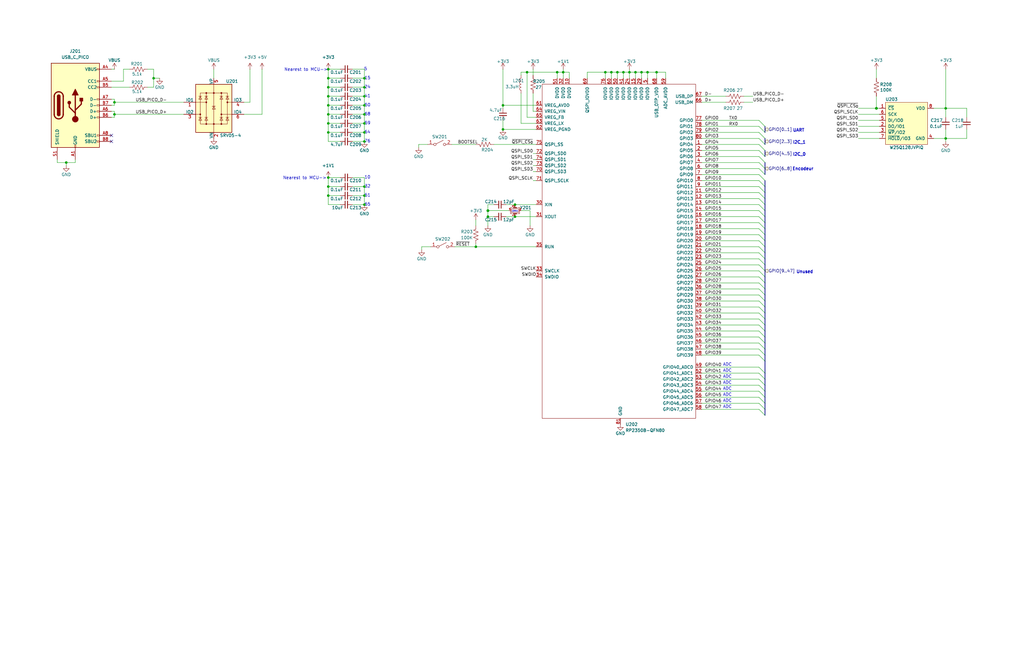
<source format=kicad_sch>
(kicad_sch (version 20250114) (generator "eeschema") (generator_version "9.0")
  (paper "B")
  (lib_symbols
    (symbol "Connector:USB_C_Receptacle_USB2.0" (pin_names (offset 1.016))
      (property "Reference" "J" (at -10.16 19.05 0))
      (property "Value" "USB_C_Receptacle_USB2.0" (at 19.05 19.05 0))
      (symbol "USB_C_Receptacle_USB2.0_1_1"
        (pin passive line (at -7.62 -22.86 90) (length 5.08) (name "SHIELD") (number "S1"))
        (pin passive line (at 0 -22.86 90) (length 5.08) (name "GND") (number "A1"))
        (pin passive line (at 0 -22.86 90) (length 5.08) (hide yes) (name "GND") (number "A12"))
        (pin passive line (at 0 -22.86 90) (length 5.08) (hide yes) (name "GND") (number "B1"))
        (pin passive line (at 0 -22.86 90) (length 5.08) (hide yes) (name "GND") (number "B12"))
        (pin passive line (at 15.24 15.24 180) (length 5.08) (name "VBUS") (number "A4"))
        (pin passive line (at 15.24 15.24 180) (length 5.08) (hide yes) (name "VBUS") (number "A9"))
        (pin passive line (at 15.24 15.24 180) (length 5.08) (hide yes) (name "VBUS") (number "B4"))
        (pin passive line (at 15.24 15.24 180) (length 5.08) (hide yes) (name "VBUS") (number "B9"))
        (pin bidirectional line (at 15.24 10.16 180) (length 5.08) (name "CC1") (number "A5"))
        (pin bidirectional line (at 15.24 7.62 180) (length 5.08) (name "CC2") (number "B5"))
        (pin bidirectional line (at 15.24 2.54 180) (length 5.08) (name "D-") (number "A7"))
        (pin bidirectional line (at 15.24 0 180) (length 5.08) (name "D-") (number "B7"))
        (pin bidirectional line (at 15.24 -2.54 180) (length 5.08) (name "D+") (number "A6"))
        (pin bidirectional line (at 15.24 -5.08 180) (length 5.08) (name "D+") (number "B6"))
        (pin bidirectional line (at 15.24 -12.7 180) (length 5.08) (name "SBU1") (number "A8"))
        (pin bidirectional line (at 15.24 -15.24 180) (length 5.08) (name "SBU2") (number "B8"))
      )
    )
    (symbol "Device:C_Small" (pin_numbers (hide yes)) (pin_names (offset 0.254) (hide yes))
      (property "Reference" "C" (at 0.254 1.778 0))
      (property "Value" "C_Small" (at 0.254 -2.032 0))
      (symbol "C_Small_1_1"
        (pin passive line (at 0 2.54 270) (length 2.032) (name "~") (number "1"))
        (pin passive line (at 0 -2.54 90) (length 2.032) (name "~") (number "2"))
      )
    )
    (symbol "Device:Crystal_GND24_Small" (pin_names (offset 1.016) (hide yes))
      (property "Reference" "Y" (at 1.27 4.445 0))
      (property "Value" "Crystal_GND24_Small" (at 1.27 2.54 0))
      (symbol "Crystal_GND24_Small_1_1"
        (pin passive line (at -2.54 0 0) (length 1.27) (name "1") (number "1"))
        (pin passive line (at 0 2.54 270) (length 0.635) (name "4") (number "4"))
        (pin passive line (at 0 -2.54 90) (length 0.635) (name "2") (number "2"))
        (pin passive line (at 2.54 0 180) (length 1.27) (name "3") (number "3"))
      )
    )
    (symbol "Device:L" (pin_numbers (hide yes)) (pin_names (offset 1.016) (hide yes))
      (property "Reference" "L" (at -1.27 0 90))
      (property "Value" "L" (at 1.905 0 90))
      (symbol "L_1_1"
        (pin passive line (at 0 3.81 270) (length 1.27) (name "1") (number "1"))
        (pin passive line (at 0 -3.81 90) (length 1.27) (name "2") (number "2"))
      )
    )
    (symbol "Device:R_US" (pin_numbers (hide yes)) (pin_names (offset 0))
      (property "Reference" "R" (at 2.54 0 90))
      (property "Value" "R_US" (at -2.54 0 90))
      (symbol "R_US_1_1"
        (pin passive line (at 0 3.81 270) (length 1.27) (name "~") (number "1"))
        (pin passive line (at 0 -3.81 90) (length 1.27) (name "~") (number "2"))
      )
    )
    (symbol "Memory_Flash_Extra:W25Q64JV" (pin_names (offset 1.016))
      (property "Reference" "U" (at 8.89 10.16 0))
      (property "Value" "W25Q64JV" (at 0 -10.16 0))
      (symbol "W25Q64JV_1_1"
        (pin power_in line (at -11.43 6.35 0) (length 2.54) (name "VDD") (number "8"))
        (pin power_in line (at -11.43 -6.35 0) (length 2.54) (name "GND") (number "4"))
        (pin passive line (at -11.43 -6.35 0) (length 2.54) (hide yes) (name "GND") (number "9"))
        (pin input line (at 11.43 6.35 180) (length 2.54) (name "~{CS}") (number "1"))
        (pin input line (at 11.43 3.81 180) (length 2.54) (name "SCK") (number "6"))
        (pin bidirectional line (at 11.43 1.27 180) (length 2.54) (name "DI/IO0") (number "5"))
        (pin bidirectional line (at 11.43 -1.27 180) (length 2.54) (name "DO/IO1") (number "2"))
        (pin bidirectional line (at 11.43 -3.81 180) (length 2.54) (name "~{WP}/IO2") (number "3"))
        (pin bidirectional line (at 11.43 -6.35 180) (length 2.54) (name "~{HOLD}/IO3") (number "7"))
      )
    )
    (symbol "Power_Protection:SRV05-4" (pin_names (offset 0))
      (property "Reference" "U" (at -5.08 11.43 0))
      (property "Value" "SRV05-4" (at 2.54 11.43 0))
      (symbol "SRV05-4_1_1"
        (pin passive line (at -12.7 2.54 0) (length 5.08) (name "IO1") (number "1"))
        (pin passive line (at -12.7 -2.54 0) (length 5.08) (name "IO2") (number "3"))
        (pin passive line (at 0 12.7 270) (length 2.54) (name "VP") (number "5"))
        (pin passive line (at 0 -12.7 90) (length 2.54) (name "VN") (number "2"))
        (pin passive line (at 12.7 2.54 180) (length 5.08) (name "IO3") (number "4"))
        (pin passive line (at 12.7 -2.54 180) (length 5.08) (name "IO4") (number "6"))
      )
    )
    (symbol "Switch:SW_SPST" (pin_names (offset 0) (hide yes))
      (property "Reference" "SW" (at 0 3.175 0))
      (property "Value" "SW_SPST" (at 0 -2.54 0))
      (symbol "SW_SPST_1_1"
        (pin passive line (at -5.08 0 0) (length 2.54) (name "A") (number "1"))
        (pin passive line (at 5.08 0 180) (length 2.54) (name "B") (number "2"))
      )
    )
    (symbol "power:+1V1" (power) (pin_numbers (hide yes)) (pin_names (offset 0) (hide yes))
      (property "Value" "+1V1" (at 0 3.556 0))
      (symbol "+1V1_1_1"
        (pin power_in line (at 0 0 90) (length 0) (name "~") (number "1"))
      )
    )
    (symbol "power:+3.3V" (power) (pin_names (offset 0))
      (property "Value" "+3.3V" (at 0 3.556 0))
      (symbol "+3.3V_1_1"
        (pin power_in line (at 0 0 90) (length 0) (hide yes) (name "+3V3") (number "1"))
      )
    )
    (symbol "power:+3V3" (power) (pin_numbers (hide yes)) (pin_names (offset 0) (hide yes))
      (property "Value" "+3V3" (at 0 3.556 0))
      (symbol "+3V3_1_1"
        (pin power_in line (at 0 0 90) (length 0) (name "~") (number "1"))
      )
    )
    (symbol "power:+5V" (power) (pin_numbers (hide yes)) (pin_names (offset 0) (hide yes))
      (property "Value" "+5V" (at 0 3.556 0))
      (symbol "+5V_1_1"
        (pin power_in line (at 0 0 90) (length 0) (name "~") (number "1"))
      )
    )
    (symbol "power:GND" (power) (pin_names (offset 0))
      (property "Value" "GND" (at 0 -3.81 0))
      (symbol "GND_1_1"
        (pin power_in line (at 0 0 270) (length 0) (hide yes) (name "GND") (number "1"))
      )
    )
    (symbol "power:VBUS" (power) (pin_numbers (hide yes)) (pin_names (offset 0) (hide yes))
      (property "Value" "VBUS" (at 0 3.556 0))
      (symbol "VBUS_1_1"
        (pin power_in line (at 0 0 90) (length 0) (name "~") (number "1"))
      )
    )
    (symbol "rp2350b-qfn80:RP2350B-QFN80" (pin_names (offset 1.016))
      (property "Reference" "U" (at 0 -1.27 0))
      (property "Value" "RP2350B-QFN80" (at 0 1.27 0))
      (symbol "RP2350B-QFN80_1_0"
        (pin passive line (at 0 -77.47 90) (length 2.54) (name "GND") (number "81"))
      )
      (symbol "RP2350B-QFN80_1_1"
        (pin power_in line (at -35.56 57.15 0) (length 2.54) (name "VREG_AVDD") (number "61"))
        (pin power_in line (at -35.56 54.61 0) (length 2.54) (name "VREG_VIN") (number "64"))
        (pin power_in line (at -35.56 52.07 0) (length 2.54) (name "VREG_FB") (number "65"))
        (pin power_out line (at -35.56 49.53 0) (length 2.54) (name "VREG_LX") (number "63"))
        (pin passive line (at -35.56 46.99 0) (length 2.54) (name "VREG_PGND") (number "62"))
        (pin bidirectional line (at -35.56 40.64 0) (length 2.54) (name "QSPI_SS") (number "75"))
        (pin bidirectional line (at -35.56 36.83 0) (length 2.54) (name "QSPI_SD0") (number "72"))
        (pin bidirectional line (at -35.56 34.29 0) (length 2.54) (name "QSPI_SD1") (number "74"))
        (pin bidirectional line (at -35.56 31.75 0) (length 2.54) (name "QSPI_SD2") (number "73"))
        (pin bidirectional line (at -35.56 29.21 0) (length 2.54) (name "QSPI_SD3") (number "70"))
        (pin bidirectional line (at -35.56 25.4 0) (length 2.54) (name "QSPI_SCLK") (number "71"))
        (pin input line (at -35.56 15.24 0) (length 2.54) (name "XIN") (number "30"))
        (pin output line (at -35.56 10.16 0) (length 2.54) (name "XOUT") (number "31"))
        (pin input line (at -35.56 -2.54 0) (length 2.54) (name "RUN") (number "35"))
        (pin bidirectional line (at -35.56 -12.7 0) (length 2.54) (name "SWCLK") (number "33"))
        (pin bidirectional line (at -35.56 -15.24 0) (length 2.54) (name "SWDIO") (number "34"))
        (pin power_in line (at -26.67 68.58 270) (length 2.54) (name "DVDD") (number "51"))
        (pin power_in line (at -24.13 68.58 270) (length 2.54) (name "DVDD") (number "32"))
        (pin power_in line (at -21.59 68.58 270) (length 2.54) (name "DVDD") (number "10"))
        (pin bidirectional line (at -13.97 68.58 270) (length 2.54) (name "QSPI_IOVDD") (number "69"))
        (pin power_in line (at -6.35 68.58 270) (length 2.54) (name "IOVDD") (number "76"))
        (pin power_in line (at -3.81 68.58 270) (length 2.54) (name "IOVDD") (number "60"))
        (pin power_in line (at -1.27 68.58 270) (length 2.54) (name "IOVDD") (number "50"))
        (pin power_in line (at 1.27 68.58 270) (length 2.54) (name "IOVDD") (number "41"))
        (pin power_in line (at 3.81 68.58 270) (length 2.54) (name "IOVDD") (number "24"))
        (pin power_in line (at 6.35 68.58 270) (length 2.54) (name "IOVDD") (number "15"))
        (pin power_in line (at 8.89 68.58 270) (length 2.54) (name "IOVDD") (number "29"))
        (pin power_in line (at 11.43 68.58 270) (length 2.54) (name "IOVDD") (number "5"))
        (pin power_in line (at 15.24 68.58 270) (length 2.54) (name "USB_OTP_VDD") (number "68"))
        (pin power_in line (at 19.05 68.58 270) (length 2.54) (name "ADC_AVDD") (number "59"))
        (pin bidirectional line (at 34.29 60.96 180) (length 2.54) (name "USB_DP") (number "67"))
        (pin bidirectional line (at 34.29 58.42 180) (length 2.54) (name "USB_DM") (number "66"))
        (pin bidirectional line (at 34.29 50.8 180) (length 2.54) (name "GPIO0") (number "77"))
        (pin bidirectional line (at 34.29 48.26 180) (length 2.54) (name "GPIO1") (number "78"))
        (pin bidirectional line (at 34.29 45.72 180) (length 2.54) (name "GPIO2") (number "79"))
        (pin bidirectional line (at 34.29 43.18 180) (length 2.54) (name "GPIO3") (number "80"))
        (pin bidirectional line (at 34.29 40.64 180) (length 2.54) (name "GPIO4") (number "1"))
        (pin bidirectional line (at 34.29 38.1 180) (length 2.54) (name "GPIO5") (number "2"))
        (pin bidirectional line (at 34.29 35.56 180) (length 2.54) (name "GPIO6") (number "3"))
        (pin bidirectional line (at 34.29 33.02 180) (length 2.54) (name "GPIO7") (number "4"))
        (pin bidirectional line (at 34.29 30.48 180) (length 2.54) (name "GPIO8") (number "6"))
        (pin bidirectional line (at 34.29 27.94 180) (length 2.54) (name "GPIO9") (number "7"))
        (pin bidirectional line (at 34.29 25.4 180) (length 2.54) (name "GPIO10") (number "8"))
        (pin bidirectional line (at 34.29 22.86 180) (length 2.54) (name "GPIO11") (number "9"))
        (pin bidirectional line (at 34.29 20.32 180) (length 2.54) (name "GPIO12") (number "11"))
        (pin bidirectional line (at 34.29 17.78 180) (length 2.54) (name "GPIO13") (number "12"))
        (pin bidirectional line (at 34.29 15.24 180) (length 2.54) (name "GPIO14") (number "13"))
        (pin bidirectional line (at 34.29 12.7 180) (length 2.54) (name "GPIO15") (number "14"))
        (pin bidirectional line (at 34.29 10.16 180) (length 2.54) (name "GPIO16") (number "16"))
        (pin bidirectional line (at 34.29 7.62 180) (length 2.54) (name "GPIO17") (number "17"))
        (pin bidirectional line (at 34.29 5.08 180) (length 2.54) (name "GPIO18") (number "18"))
        (pin bidirectional line (at 34.29 2.54 180) (length 2.54) (name "GPIO19") (number "19"))
        (pin bidirectional line (at 34.29 0 180) (length 2.54) (name "GPIO20") (number "20"))
        (pin bidirectional line (at 34.29 -2.54 180) (length 2.54) (name "GPIO21") (number "21"))
        (pin bidirectional line (at 34.29 -5.08 180) (length 2.54) (name "GPIO22") (number "22"))
        (pin bidirectional line (at 34.29 -7.62 180) (length 2.54) (name "GPIO23") (number "23"))
        (pin bidirectional line (at 34.29 -10.16 180) (length 2.54) (name "GPIO24") (number "25"))
        (pin bidirectional line (at 34.29 -12.7 180) (length 2.54) (name "GPIO25") (number "26"))
        (pin bidirectional line (at 34.29 -15.24 180) (length 2.54) (name "GPIO26") (number "27"))
        (pin bidirectional line (at 34.29 -17.78 180) (length 2.54) (name "GPIO27") (number "28"))
        (pin bidirectional line (at 34.29 -20.32 180) (length 2.54) (name "GPIO28") (number "36"))
        (pin bidirectional line (at 34.29 -22.86 180) (length 2.54) (name "GPIO29") (number "37"))
        (pin bidirectional line (at 34.29 -25.4 180) (length 2.54) (name "GPIO30") (number "38"))
        (pin bidirectional line (at 34.29 -27.94 180) (length 2.54) (name "GPIO31") (number "39"))
        (pin bidirectional line (at 34.29 -30.48 180) (length 2.54) (name "GPIO32") (number "40"))
        (pin bidirectional line (at 34.29 -33.02 180) (length 2.54) (name "GPIO33") (number "42"))
        (pin bidirectional line (at 34.29 -35.56 180) (length 2.54) (name "GPIO34") (number "43"))
        (pin bidirectional line (at 34.29 -38.1 180) (length 2.54) (name "GPIO35") (number "44"))
        (pin bidirectional line (at 34.29 -40.64 180) (length 2.54) (name "GPIO36") (number "45"))
        (pin bidirectional line (at 34.29 -43.18 180) (length 2.54) (name "GPIO37") (number "46"))
        (pin bidirectional line (at 34.29 -45.72 180) (length 2.54) (name "GPIO38") (number "47"))
        (pin bidirectional line (at 34.29 -48.26 180) (length 2.54) (name "GPIO39") (number "48"))
        (pin bidirectional line (at 34.29 -53.34 180) (length 2.54) (name "GPIO40_ADC0") (number "49"))
        (pin bidirectional line (at 34.29 -55.88 180) (length 2.54) (name "GPIO41_ADC1") (number "52"))
        (pin bidirectional line (at 34.29 -58.42 180) (length 2.54) (name "GPIO42_ADC2") (number "53"))
        (pin bidirectional line (at 34.29 -60.96 180) (length 2.54) (name "GPIO43_ADC3") (number "54"))
        (pin bidirectional line (at 34.29 -63.5 180) (length 2.54) (name "GPIO44_ADC4") (number "55"))
        (pin bidirectional line (at 34.29 -66.04 180) (length 2.54) (name "GPIO45_ADC5") (number "56"))
        (pin bidirectional line (at 34.29 -68.58 180) (length 2.54) (name "GPIO46_ADC6") (number "57"))
        (pin bidirectional line (at 34.29 -71.12 180) (length 2.54) (name "GPIO47_ADC7") (number "58"))
      )
    )
  )
  (text "Encodeur" (at 338.582 71.374 0) (effects (font (size 1.27 1.27) (thickness 0.254) (bold yes))))
  (text "32" (at 153.67 78.74 0) (effects (font (size 1.27 1.27)) (justify left)))
  (text "10" (at 154.94 74.93 0) (effects (font (size 1.27 1.27))))
  (text "24" (at 153.67 36.83 0) (effects (font (size 1.27 1.27)) (justify left)))
  (text "5" (at 154.178 29.21 0) (effects (font (size 1.27 1.27))))
  (text "51" (at 153.67 82.55 0) (effects (font (size 1.27 1.27)) (justify left)))
  (text "Nearest to MCU->" (at 129.032 29.464 0) (effects (font (size 1.27 1.27))))
  (text "UART" (at 336.804 55.118 0) (effects (font (size 1.27 1.27) (thickness 0.254) (bold yes))))
  (text "Nearest to MCU->" (at 128.524 75.184 0) (effects (font (size 1.27 1.27))))
  (text "41" (at 153.67 40.64 0) (effects (font (size 1.27 1.27)) (justify left)))
  (text "I2C_0" (at 337.058 65.278 0) (effects (font (size 1.27 1.27) (thickness 0.254) (bold yes))))
  (text "68" (at 153.67 48.26 0) (effects (font (size 1.27 1.27)) (justify left)))
  (text "15" (at 153.67 33.02 0) (effects (font (size 1.27 1.27)) (justify left)))
  (text "ADC" (at 304.8 162.306 0) (effects (font (size 1.27 1.27)) (justify left bottom)))
  (text "ADC" (at 304.8 164.846 0) (effects (font (size 1.27 1.27)) (justify left bottom)))
  (text "50" (at 153.67 44.45 0) (effects (font (size 1.27 1.27)) (justify left)))
  (text "ADC" (at 304.8 172.466 0) (effects (font (size 1.27 1.27)) (justify left bottom)))
  (text "76\n" (at 153.67 59.69 0) (effects (font (size 1.27 1.27)) (justify left)))
  (text "ADC" (at 304.8 169.926 0) (effects (font (size 1.27 1.27)) (justify left bottom)))
  (text "ADC" (at 304.8 167.386 0) (effects (font (size 1.27 1.27)) (justify left bottom)))
  (text "I2C_1\n" (at 337.058 60.198 0) (effects (font (size 1.27 1.27) (thickness 0.254) (bold yes))))
  (text "64" (at 154.94 55.88 0) (effects (font (size 1.27 1.27))))
  (text "ADC" (at 304.8 159.766 0) (effects (font (size 1.27 1.27)) (justify left bottom)))
  (text "12MHz" (at 218.44 89.535 0) (effects (font (size 0.508 0.508)) (justify right bottom)))
  (text "65" (at 153.67 86.36 0) (effects (font (size 1.27 1.27)) (justify left)))
  (text "Unused" (at 339.344 114.808 0) (effects (font (size 1.27 1.27) (thickness 0.254) (bold yes))))
  (text "ADC" (at 304.8 157.226 0) (effects (font (size 1.27 1.27)) (justify left bottom)))
  (text "59\n" (at 153.67 52.07 0) (effects (font (size 1.27 1.27)) (justify left)))
  (text "ADC" (at 304.8 154.686 0) (effects (font (size 1.27 1.27)) (justify left bottom)))
  (junction (at 153.67 36.83))
  (junction (at 222.25 30.48))
  (junction (at 153.67 44.45))
  (junction (at 138.43 33.02))
  (junction (at 369.57 45.72) (diameter 1.016))
  (junction (at 234.95 30.48))
  (junction (at 138.43 55.88))
  (junction (at 138.43 74.93))
  (junction (at 138.43 48.26))
  (junction (at 153.67 33.02))
  (junction (at 260.35 30.48))
  (junction (at 48.26 43.18))
  (junction (at 64.77 33.02))
  (junction (at 153.67 82.55))
  (junction (at 398.78 45.72))
  (junction (at 265.43 30.48))
  (junction (at 255.27 30.48))
  (junction (at 205.74 91.44))
  (junction (at 276.86 30.48))
  (junction (at 138.43 44.45))
  (junction (at 270.51 30.48))
  (junction (at 212.09 44.45))
  (junction (at 257.81 30.48))
  (junction (at 212.09 54.61))
  (junction (at 27.94 68.58))
  (junction (at 217.17 86.36))
  (junction (at 138.43 82.55))
  (junction (at 153.67 40.64))
  (junction (at 262.89 30.48))
  (junction (at 200.66 104.14))
  (junction (at 138.43 29.21))
  (junction (at 153.67 86.36))
  (junction (at 153.67 78.74))
  (junction (at 138.43 40.64))
  (junction (at 48.26 48.26))
  (junction (at 398.78 58.42))
  (junction (at 205.74 88.9) (diameter 1.016))
  (junction (at 217.17 91.44))
  (junction (at 138.43 36.83))
  (junction (at 267.97 30.48))
  (junction (at 153.67 52.07))
  (junction (at 153.67 55.88))
  (junction (at 153.67 59.69))
  (junction (at 138.43 52.07))
  (junction (at 153.67 48.26))
  (junction (at 237.49 30.48))
  (junction (at 138.43 78.74))
  (junction (at 273.05 30.48))
  (no_connect (at 46.99 59.69))
  (no_connect (at 46.99 57.15))
  (bus_entry (at 320.04 99.06) (size 2.54 2.54))
  (bus_entry (at 320.04 91.44) (size 2.54 2.54))
  (bus_entry (at 320.04 58.42) (size 2.54 2.54))
  (bus_entry (at 320.04 170.18) (size 2.54 2.54))
  (bus_entry (at 320.04 157.48) (size 2.54 2.54))
  (bus_entry (at 320.04 167.64) (size 2.54 2.54))
  (bus_entry (at 320.04 63.5) (size 2.54 2.54))
  (bus_entry (at 320.04 53.34) (size 2.54 2.54))
  (bus_entry (at 320.04 132.08) (size 2.54 2.54))
  (bus_entry (at 320.04 55.88) (size 2.54 2.54))
  (bus_entry (at 320.04 88.9) (size 2.54 2.54))
  (bus_entry (at 320.04 127) (size 2.54 2.54))
  (bus_entry (at 320.04 50.8) (size 2.54 2.54))
  (bus_entry (at 320.04 68.58) (size 2.54 2.54))
  (bus_entry (at 320.04 129.54) (size 2.54 2.54))
  (bus_entry (at 320.04 109.22) (size 2.54 2.54))
  (bus_entry (at 320.04 147.32) (size 2.54 2.54))
  (bus_entry (at 320.04 111.76) (size 2.54 2.54))
  (bus_entry (at 320.04 104.14) (size 2.54 2.54))
  (bus_entry (at 320.04 60.96) (size 2.54 2.54))
  (bus_entry (at 320.04 154.94) (size 2.54 2.54))
  (bus_entry (at 320.04 119.38) (size 2.54 2.54))
  (bus_entry (at 320.04 71.12) (size 2.54 2.54))
  (bus_entry (at 320.04 116.84) (size 2.54 2.54))
  (bus_entry (at 320.04 73.66) (size 2.54 2.54))
  (bus_entry (at 320.04 134.62) (size 2.54 2.54))
  (bus_entry (at 320.04 93.98) (size 2.54 2.54))
  (bus_entry (at 320.04 106.68) (size 2.54 2.54))
  (bus_entry (at 320.04 96.52) (size 2.54 2.54))
  (bus_entry (at 320.04 160.02) (size 2.54 2.54))
  (bus_entry (at 320.04 165.1) (size 2.54 2.54))
  (bus_entry (at 320.04 144.78) (size 2.54 2.54))
  (bus_entry (at 320.04 172.72) (size 2.54 2.54))
  (bus_entry (at 320.04 101.6) (size 2.54 2.54))
  (bus_entry (at 320.04 86.36) (size 2.54 2.54))
  (bus_entry (at 320.04 139.7) (size 2.54 2.54))
  (bus_entry (at 320.04 78.74) (size 2.54 2.54))
  (bus_entry (at 320.04 162.56) (size 2.54 2.54))
  (bus_entry (at 320.04 66.04) (size 2.54 2.54))
  (bus_entry (at 320.04 83.82) (size 2.54 2.54))
  (bus_entry (at 320.04 114.3) (size 2.54 2.54))
  (bus_entry (at 320.04 137.16) (size 2.54 2.54))
  (bus_entry (at 320.04 81.28) (size 2.54 2.54))
  (bus_entry (at 320.04 76.2) (size 2.54 2.54))
  (bus_entry (at 320.04 142.24) (size 2.54 2.54))
  (bus_entry (at 320.04 121.92) (size 2.54 2.54))
  (bus_entry (at 320.04 124.46) (size 2.54 2.54))
  (bus_entry (at 320.04 149.86) (size 2.54 2.54))
  (wire (pts (xy 27.94 68.58) (xy 31.75 68.58)))
  (wire (pts (xy 398.78 54.61) (xy 398.78 58.42)))
  (wire (pts (xy 212.09 29.21) (xy 212.09 44.45)))
  (wire (pts (xy 306.07 40.64) (xy 295.91 40.64)))
  (wire (pts (xy 62.23 36.83) (xy 64.77 36.83)))
  (wire (pts (xy 295.91 66.04) (xy 320.04 66.04)))
  (wire (pts (xy 262.89 30.48) (xy 262.89 33.02)))
  (wire (pts (xy 262.89 30.48) (xy 265.43 30.48)))
  (wire (pts (xy 295.91 63.5) (xy 320.04 63.5)))
  (wire (pts (xy 273.05 30.48) (xy 273.05 33.02)))
  (wire (pts (xy 153.67 36.83) (xy 153.67 33.02)))
  (wire (pts (xy 295.91 73.66) (xy 320.04 73.66)))
  (wire (pts (xy 295.91 154.94) (xy 320.04 154.94)))
  (wire (pts (xy 295.91 68.58) (xy 320.04 68.58)))
  (wire (pts (xy 295.91 170.18) (xy 320.04 170.18)))
  (wire (pts (xy 224.79 39.37) (xy 224.79 46.99)))
  (wire (pts (xy 295.91 55.88) (xy 320.04 55.88)))
  (bus (pts (xy 322.58 76.2) (xy 322.58 78.74)))
  (wire (pts (xy 295.91 157.48) (xy 320.04 157.48)))
  (wire (pts (xy 295.91 101.6) (xy 320.04 101.6)))
  (wire (pts (xy 153.67 55.88) (xy 153.67 52.07)))
  (wire (pts (xy 148.59 40.64) (xy 153.67 40.64)))
  (wire (pts (xy 317.5 43.18) (xy 313.69 43.18)))
  (wire (pts (xy 138.43 36.83) (xy 143.51 36.83)))
  (bus (pts (xy 322.58 106.68) (xy 322.58 104.14)))
  (wire (pts (xy 295.91 60.96) (xy 320.04 60.96)))
  (bus (pts (xy 322.58 170.18) (xy 322.58 172.72)))
  (wire (pts (xy 295.91 99.06) (xy 320.04 99.06)))
  (wire (pts (xy 148.59 55.88) (xy 153.67 55.88)))
  (wire (pts (xy 138.43 36.83) (xy 138.43 40.64)))
  (wire (pts (xy 148.59 29.21) (xy 153.67 29.21)))
  (wire (pts (xy 138.43 33.02) (xy 138.43 36.83)))
  (wire (pts (xy 148.59 52.07) (xy 153.67 52.07)))
  (wire (pts (xy 62.23 29.21) (xy 64.77 29.21)))
  (wire (pts (xy 370.84 58.42) (xy 361.95 58.42)))
  (wire (pts (xy 48.26 43.18) (xy 48.26 44.45)))
  (wire (pts (xy 217.17 91.44) (xy 226.06 91.44)))
  (wire (pts (xy 148.59 78.74) (xy 153.67 78.74)))
  (wire (pts (xy 317.5 40.64) (xy 313.69 40.64)))
  (wire (pts (xy 295.91 91.44) (xy 320.04 91.44)))
  (wire (pts (xy 295.91 109.22) (xy 320.04 109.22)))
  (wire (pts (xy 280.67 30.48) (xy 276.86 30.48)))
  (wire (pts (xy 105.41 29.21) (xy 105.41 43.18)))
  (wire (pts (xy 295.91 96.52) (xy 320.04 96.52)))
  (wire (pts (xy 200.66 104.14) (xy 226.06 104.14)))
  (wire (pts (xy 46.99 36.83) (xy 54.61 36.83)))
  (wire (pts (xy 407.67 49.53) (xy 407.67 45.72)))
  (bus (pts (xy 322.58 106.68) (xy 322.58 109.22)))
  (wire (pts (xy 64.77 29.21) (xy 64.77 33.02)))
  (bus (pts (xy 322.58 134.62) (xy 322.58 137.16)))
  (bus (pts (xy 322.58 162.56) (xy 322.58 165.1)))
  (wire (pts (xy 295.91 132.08) (xy 320.04 132.08)))
  (wire (pts (xy 295.91 88.9) (xy 320.04 88.9)))
  (wire (pts (xy 219.71 30.48) (xy 222.25 30.48)))
  (wire (pts (xy 257.81 30.48) (xy 257.81 33.02)))
  (wire (pts (xy 138.43 44.45) (xy 143.51 44.45)))
  (wire (pts (xy 153.67 78.74) (xy 153.67 74.93)))
  (wire (pts (xy 90.17 29.21) (xy 90.17 33.02)))
  (wire (pts (xy 138.43 82.55) (xy 138.43 86.36)))
  (wire (pts (xy 31.75 68.58) (xy 31.75 67.31)))
  (wire (pts (xy 205.74 86.36) (xy 205.74 88.9)))
  (bus (pts (xy 322.58 114.3) (xy 322.58 111.76)))
  (wire (pts (xy 295.91 160.02) (xy 320.04 160.02)))
  (wire (pts (xy 217.17 86.36) (xy 226.06 86.36)))
  (bus (pts (xy 322.58 96.52) (xy 322.58 99.06)))
  (wire (pts (xy 214.63 88.9) (xy 205.74 88.9)))
  (wire (pts (xy 295.91 124.46) (xy 320.04 124.46)))
  (wire (pts (xy 295.91 142.24) (xy 320.04 142.24)))
  (wire (pts (xy 270.51 30.48) (xy 273.05 30.48)))
  (wire (pts (xy 295.91 137.16) (xy 320.04 137.16)))
  (wire (pts (xy 370.84 48.26) (xy 361.95 48.26)))
  (wire (pts (xy 205.74 91.44) (xy 208.28 91.44)))
  (bus (pts (xy 322.58 167.64) (xy 322.58 170.18)))
  (wire (pts (xy 224.79 67.31) (xy 226.06 67.31)))
  (wire (pts (xy 153.67 82.55) (xy 153.67 78.74)))
  (wire (pts (xy 177.8 104.14) (xy 181.61 104.14)))
  (wire (pts (xy 148.59 82.55) (xy 153.67 82.55)))
  (wire (pts (xy 234.95 30.48) (xy 237.49 30.48)))
  (bus (pts (xy 322.58 124.46) (xy 322.58 127)))
  (wire (pts (xy 148.59 36.83) (xy 153.67 36.83)))
  (wire (pts (xy 361.95 45.72) (xy 369.57 45.72)))
  (bus (pts (xy 322.58 109.22) (xy 322.58 111.76)))
  (wire (pts (xy 219.71 52.07) (xy 226.06 52.07)))
  (bus (pts (xy 322.58 152.4) (xy 322.58 157.48)))
  (wire (pts (xy 295.91 106.68) (xy 320.04 106.68)))
  (bus (pts (xy 322.58 93.98) (xy 322.58 96.52)))
  (wire (pts (xy 398.78 45.72) (xy 393.7 45.72)))
  (bus (pts (xy 322.58 160.02) (xy 322.58 162.56)))
  (wire (pts (xy 213.36 86.36) (xy 217.17 86.36)))
  (wire (pts (xy 295.91 58.42) (xy 320.04 58.42)))
  (wire (pts (xy 280.67 33.02) (xy 280.67 30.48)))
  (wire (pts (xy 222.25 30.48) (xy 234.95 30.48)))
  (bus (pts (xy 322.58 78.74) (xy 322.58 81.28)))
  (wire (pts (xy 52.07 29.21) (xy 52.07 34.29)))
  (wire (pts (xy 138.43 48.26) (xy 138.43 52.07)))
  (bus (pts (xy 322.58 116.84) (xy 322.58 119.38)))
  (wire (pts (xy 267.97 30.48) (xy 270.51 30.48)))
  (wire (pts (xy 205.74 91.44) (xy 205.74 95.25)))
  (wire (pts (xy 295.91 50.8) (xy 320.04 50.8)))
  (wire (pts (xy 295.91 139.7) (xy 320.04 139.7)))
  (wire (pts (xy 240.03 30.48) (xy 240.03 33.02)))
  (wire (pts (xy 295.91 121.92) (xy 320.04 121.92)))
  (wire (pts (xy 267.97 30.48) (xy 267.97 33.02)))
  (wire (pts (xy 212.09 50.8) (xy 212.09 54.61)))
  (wire (pts (xy 48.26 48.26) (xy 77.47 48.26)))
  (wire (pts (xy 295.91 86.36) (xy 320.04 86.36)))
  (wire (pts (xy 200.66 102.87) (xy 200.66 104.14)))
  (wire (pts (xy 48.26 46.99) (xy 48.26 48.26)))
  (wire (pts (xy 295.91 165.1) (xy 320.04 165.1)))
  (wire (pts (xy 257.81 30.48) (xy 260.35 30.48)))
  (wire (pts (xy 237.49 30.48) (xy 237.49 33.02)))
  (bus (pts (xy 322.58 58.42) (xy 322.58 60.96)))
  (wire (pts (xy 295.91 149.86) (xy 320.04 149.86)))
  (wire (pts (xy 138.43 55.88) (xy 143.51 55.88)))
  (wire (pts (xy 148.59 48.26) (xy 153.67 48.26)))
  (wire (pts (xy 295.91 78.74) (xy 320.04 78.74)))
  (wire (pts (xy 138.43 78.74) (xy 138.43 82.55)))
  (wire (pts (xy 226.06 49.53) (xy 222.25 49.53)))
  (wire (pts (xy 110.49 48.26) (xy 110.49 29.21)))
  (wire (pts (xy 276.86 30.48) (xy 273.05 30.48)))
  (wire (pts (xy 138.43 48.26) (xy 143.51 48.26)))
  (wire (pts (xy 224.79 29.21) (xy 224.79 31.75)))
  (wire (pts (xy 176.53 60.96) (xy 180.34 60.96)))
  (wire (pts (xy 369.57 29.21) (xy 369.57 33.02)))
  (wire (pts (xy 270.51 30.48) (xy 270.51 33.02)))
  (wire (pts (xy 205.74 86.36) (xy 208.28 86.36)))
  (wire (pts (xy 222.25 30.48) (xy 222.25 49.53)))
  (wire (pts (xy 212.09 45.72) (xy 212.09 44.45)))
  (bus (pts (xy 322.58 137.16) (xy 322.58 139.7)))
  (bus (pts (xy 322.58 81.28) (xy 322.58 83.82)))
  (wire (pts (xy 46.99 34.29) (xy 52.07 34.29)))
  (wire (pts (xy 191.77 104.14) (xy 200.66 104.14)))
  (bus (pts (xy 322.58 63.5) (xy 322.58 66.04)))
  (wire (pts (xy 295.91 111.76) (xy 320.04 111.76)))
  (wire (pts (xy 306.07 43.18) (xy 295.91 43.18)))
  (wire (pts (xy 224.79 72.39) (xy 226.06 72.39)))
  (wire (pts (xy 398.78 58.42) (xy 393.7 58.42)))
  (wire (pts (xy 295.91 76.2) (xy 320.04 76.2)))
  (bus (pts (xy 322.58 83.82) (xy 322.58 86.36)))
  (wire (pts (xy 276.86 33.02) (xy 276.86 30.48)))
  (bus (pts (xy 322.58 132.08) (xy 322.58 134.62)))
  (wire (pts (xy 46.99 49.53) (xy 48.26 49.53)))
  (wire (pts (xy 138.43 78.74) (xy 143.51 78.74)))
  (bus (pts (xy 322.58 88.9) (xy 322.58 91.44)))
  (bus (pts (xy 322.58 68.58) (xy 322.58 71.12)))
  (wire (pts (xy 265.43 30.48) (xy 265.43 33.02)))
  (wire (pts (xy 370.84 50.8) (xy 361.95 50.8)))
  (wire (pts (xy 226.06 54.61) (xy 212.09 54.61)))
  (wire (pts (xy 138.43 40.64) (xy 138.43 44.45)))
  (wire (pts (xy 138.43 86.36) (xy 143.51 86.36)))
  (wire (pts (xy 52.07 29.21) (xy 54.61 29.21)))
  (wire (pts (xy 219.71 88.9) (xy 223.52 88.9)))
  (wire (pts (xy 46.99 44.45) (xy 48.26 44.45)))
  (wire (pts (xy 407.67 45.72) (xy 398.78 45.72)))
  (wire (pts (xy 219.71 39.37) (xy 219.71 52.07)))
  (wire (pts (xy 295.91 134.62) (xy 320.04 134.62)))
  (wire (pts (xy 295.91 129.54) (xy 320.04 129.54)))
  (wire (pts (xy 205.74 88.9) (xy 205.74 91.44)))
  (wire (pts (xy 143.51 29.21) (xy 138.43 29.21)))
  (wire (pts (xy 212.09 44.45) (xy 226.06 44.45)))
  (wire (pts (xy 48.26 41.91) (xy 48.26 43.18)))
  (wire (pts (xy 295.91 119.38) (xy 320.04 119.38)))
  (wire (pts (xy 295.91 114.3) (xy 320.04 114.3)))
  (bus (pts (xy 322.58 99.06) (xy 322.58 101.6)))
  (wire (pts (xy 223.52 95.25) (xy 223.52 88.9)))
  (wire (pts (xy 295.91 71.12) (xy 320.04 71.12)))
  (wire (pts (xy 190.5 60.96) (xy 200.66 60.96)))
  (bus (pts (xy 322.58 139.7) (xy 322.58 142.24)))
  (wire (pts (xy 200.66 92.71) (xy 200.66 95.25)))
  (wire (pts (xy 265.43 30.48) (xy 267.97 30.48)))
  (wire (pts (xy 138.43 29.21) (xy 138.43 33.02)))
  (wire (pts (xy 148.59 44.45) (xy 153.67 44.45)))
  (wire (pts (xy 295.91 93.98) (xy 320.04 93.98)))
  (wire (pts (xy 46.99 46.99) (xy 48.26 46.99)))
  (wire (pts (xy 27.94 68.58) (xy 24.13 68.58)))
  (bus (pts (xy 322.58 142.24) (xy 322.58 144.78)))
  (wire (pts (xy 153.67 86.36) (xy 153.67 82.55)))
  (wire (pts (xy 153.67 59.69) (xy 148.59 59.69)))
  (bus (pts (xy 322.58 91.44) (xy 322.58 93.98)))
  (wire (pts (xy 46.99 41.91) (xy 48.26 41.91)))
  (wire (pts (xy 153.67 59.69) (xy 153.67 55.88)))
  (wire (pts (xy 138.43 74.93) (xy 138.43 78.74)))
  (bus (pts (xy 322.58 121.92) (xy 322.58 124.46)))
  (wire (pts (xy 295.91 81.28) (xy 320.04 81.28)))
  (wire (pts (xy 148.59 33.02) (xy 153.67 33.02)))
  (wire (pts (xy 64.77 33.02) (xy 67.31 33.02)))
  (wire (pts (xy 295.91 104.14) (xy 320.04 104.14)))
  (bus (pts (xy 322.58 127) (xy 322.58 129.54)))
  (wire (pts (xy 370.84 45.72) (xy 369.57 45.72)))
  (wire (pts (xy 407.67 58.42) (xy 398.78 58.42)))
  (wire (pts (xy 369.57 45.72) (xy 369.57 40.64)))
  (wire (pts (xy 213.36 91.44) (xy 217.17 91.44)))
  (bus (pts (xy 322.58 101.6) (xy 322.58 104.14)))
  (wire (pts (xy 153.67 52.07) (xy 153.67 48.26)))
  (bus (pts (xy 322.58 172.72) (xy 322.58 175.26)))
  (wire (pts (xy 138.43 40.64) (xy 143.51 40.64)))
  (wire (pts (xy 224.79 64.77) (xy 226.06 64.77)))
  (wire (pts (xy 295.91 53.34) (xy 320.04 53.34)))
  (wire (pts (xy 265.43 29.21) (xy 265.43 30.48)))
  (wire (pts (xy 153.67 33.02) (xy 153.67 29.21)))
  (wire (pts (xy 27.94 69.85) (xy 27.94 68.58)))
  (wire (pts (xy 398.78 58.42) (xy 398.78 59.69)))
  (wire (pts (xy 260.35 30.48) (xy 260.35 33.02)))
  (wire (pts (xy 143.51 74.93) (xy 138.43 74.93)))
  (wire (pts (xy 138.43 52.07) (xy 138.43 55.88)))
  (bus (pts (xy 322.58 86.36) (xy 322.58 88.9)))
  (wire (pts (xy 138.43 59.69) (xy 143.51 59.69)))
  (wire (pts (xy 260.35 30.48) (xy 262.89 30.48)))
  (wire (pts (xy 153.67 40.64) (xy 153.67 36.83)))
  (wire (pts (xy 48.26 48.26) (xy 48.26 49.53)))
  (wire (pts (xy 219.71 30.48) (xy 219.71 31.75)))
  (wire (pts (xy 295.91 116.84) (xy 320.04 116.84)))
  (wire (pts (xy 295.91 162.56) (xy 320.04 162.56)))
  (bus (pts (xy 322.58 165.1) (xy 322.58 167.64)))
  (wire (pts (xy 226.06 46.99) (xy 224.79 46.99)))
  (wire (pts (xy 138.43 82.55) (xy 143.51 82.55)))
  (wire (pts (xy 255.27 30.48) (xy 257.81 30.48)))
  (wire (pts (xy 295.91 147.32) (xy 320.04 147.32)))
  (wire (pts (xy 138.43 52.07) (xy 143.51 52.07)))
  (wire (pts (xy 48.26 43.18) (xy 77.47 43.18)))
  (wire (pts (xy 295.91 172.72) (xy 320.04 172.72)))
  (wire (pts (xy 176.53 62.23) (xy 176.53 60.96)))
  (wire (pts (xy 208.28 60.96) (xy 226.06 60.96)))
  (wire (pts (xy 177.8 105.41) (xy 177.8 104.14)))
  (wire (pts (xy 224.79 69.85) (xy 226.06 69.85)))
  (wire (pts (xy 247.65 30.48) (xy 255.27 30.48)))
  (bus (pts (xy 322.58 114.3) (xy 322.58 116.84)))
  (wire (pts (xy 398.78 45.72) (xy 398.78 29.21)))
  (wire (pts (xy 370.84 55.88) (xy 361.95 55.88)))
  (wire (pts (xy 46.99 29.21) (xy 48.26 29.21)))
  (bus (pts (xy 322.58 71.12) (xy 322.58 73.66)))
  (wire (pts (xy 102.87 48.26) (xy 110.49 48.26)))
  (wire (pts (xy 247.65 33.02) (xy 247.65 30.48)))
  (wire (pts (xy 138.43 33.02) (xy 143.51 33.02)))
  (wire (pts (xy 153.67 48.26) (xy 153.67 44.45)))
  (wire (pts (xy 295.91 144.78) (xy 320.04 144.78)))
  (wire (pts (xy 407.67 54.61) (xy 407.67 58.42)))
  (bus (pts (xy 322.58 157.48) (xy 322.58 160.02)))
  (bus (pts (xy 322.58 53.34) (xy 322.58 55.88)))
  (wire (pts (xy 295.91 127) (xy 320.04 127)))
  (wire (pts (xy 24.13 68.58) (xy 24.13 67.31)))
  (wire (pts (xy 148.59 74.93) (xy 153.67 74.93)))
  (wire (pts (xy 255.27 33.02) (xy 255.27 30.48)))
  (wire (pts (xy 370.84 53.34) (xy 361.95 53.34)))
  (wire (pts (xy 148.59 86.36) (xy 153.67 86.36)))
  (wire (pts (xy 398.78 45.72) (xy 398.78 49.53)))
  (bus (pts (xy 322.58 129.54) (xy 322.58 132.08)))
  (bus (pts (xy 322.58 144.78) (xy 322.58 147.32)))
  (wire (pts (xy 105.41 43.18) (xy 102.87 43.18)))
  (wire (pts (xy 234.95 33.02) (xy 234.95 30.48)))
  (wire (pts (xy 295.91 83.82) (xy 320.04 83.82)))
  (wire (pts (xy 237.49 30.48) (xy 240.03 30.48)))
  (wire (pts (xy 138.43 44.45) (xy 138.43 48.26)))
  (wire (pts (xy 153.67 44.45) (xy 153.67 40.64)))
  (wire (pts (xy 64.77 36.83) (xy 64.77 33.02)))
  (bus (pts (xy 322.58 149.86) (xy 322.58 152.4)))
  (wire (pts (xy 295.91 167.64) (xy 320.04 167.64)))
  (wire (pts (xy 237.49 29.21) (xy 237.49 30.48)))
  (bus (pts (xy 322.58 119.38) (xy 322.58 121.92)))
  (wire (pts (xy 138.43 55.88) (xy 138.43 59.69)))
  (wire (pts (xy 224.79 76.2) (xy 226.06 76.2)))
  (bus (pts (xy 322.58 147.32) (xy 322.58 149.86)))
  (label "GPIO21" (at 297.18 104.14 0))
  (label "QSPI_SD3" (at 361.95 58.42 180))
  (label "~{QSPI_CS_{0}}" (at 361.95 45.72 180))
  (label "GPIO37" (at 297.18 144.78 0))
  (label "GPIO32" (at 297.18 132.08 0))
  (label "GPIO5" (at 297.18 63.5 0))
  (label "QSPI_SD1" (at 361.95 53.34 180))
  (label "GPIO46" (at 297.18 170.18 0))
  (label "GPIO1" (at 297.18 53.34 0))
  (label "GPIO23" (at 297.18 109.22 0))
  (label "GPIO3" (at 297.18 58.42 0))
  (label "GPIO25" (at 297.18 114.3 0))
  (label "QSPI_SD1" (at 224.79 67.31 180))
  (label "QSPI_SD0" (at 361.95 50.8 180))
  (label "GPIO6" (at 297.18 66.04 0))
  (label "BOOTSEL" (at 193.04 60.96 0))
  (label "GPIO29" (at 297.18 124.46 0))
  (label "GPIO47" (at 297.18 172.72 0))
  (label "GPIO13" (at 297.18 83.82 0))
  (label "GPIO19" (at 297.18 99.06 0))
  (label "GPIO4" (at 297.18 60.96 0))
  (label "USB_PICO_D-" (at 317.5 40.64 0))
  (label "D-" (at 297.18 40.64 0))
  (label "GPIO10" (at 297.18 76.2 0))
  (label "GPIO45" (at 297.18 167.64 0))
  (label "QSPI_SD2" (at 361.95 55.88 180))
  (label "SWDIO" (at 226.06 116.84 180))
  (label "USB_PICO_D+" (at 57.15 48.26 0))
  (label "GPIO20" (at 297.18 101.6 0))
  (label "GPIO44" (at 297.18 165.1 0))
  (label "GPIO36" (at 297.18 142.24 0))
  (label "GPIO18" (at 297.18 96.52 0))
  (label "USB_PICO_D-" (at 57.15 43.18 0))
  (label "USB_PICO_D+" (at 317.5 43.18 0))
  (label "D+" (at 297.18 43.18 0))
  (label "GPIO38" (at 297.18 147.32 0))
  (label "RX0" (at 307.34 53.34 0))
  (label "~{RESET}" (at 198.12 104.14 180))
  (label "SWCLK" (at 226.06 114.3 180))
  (label "QSPI_SD3" (at 224.79 72.39 180))
  (label "QSPI_SD2" (at 224.79 69.85 180))
  (label "GPIO12" (at 297.18 81.28 0))
  (label "~{QSPI_CS_{0}}" (at 224.79 60.96 180))
  (label "QSPI_SCLK" (at 361.95 48.26 180))
  (label "GPIO35" (at 297.18 139.7 0))
  (label "GPIO9" (at 297.18 73.66 0))
  (label "GPIO31" (at 297.18 129.54 0))
  (label "GPIO24" (at 297.18 111.76 0))
  (label "GPIO0" (at 297.18 50.8 0))
  (label "GPIO43" (at 297.18 162.56 0))
  (label "GPIO42" (at 297.18 160.02 0))
  (label "GPIO8" (at 297.18 71.12 0))
  (label "GPIO14" (at 297.18 86.36 0))
  (label "GPIO15" (at 297.18 88.9 0))
  (label "GPIO39" (at 297.18 149.86 0))
  (label "GPIO41" (at 297.18 157.48 0))
  (label "GPIO16" (at 297.18 91.44 0))
  (label "GPIO34" (at 297.18 137.16 0))
  (label "GPIO33" (at 297.18 134.62 0))
  (label "GPIO7" (at 297.18 68.58 0))
  (label "QSPI_SD0" (at 224.79 64.77 180))
  (label "GPIO26" (at 297.18 116.84 0))
  (label "GPIO22" (at 297.18 106.68 0))
  (label "GPIO11" (at 297.18 78.74 0))
  (label "QSPI_SCLK" (at 224.79 76.2 180))
  (label "GPIO27" (at 297.18 119.38 0))
  (label "GPIO30" (at 297.18 127 0))
  (label "GPIO28" (at 297.18 121.92 0))
  (label "TX0" (at 307.34 50.8 0))
  (label "GPIO17" (at 297.18 93.98 0))
  (label "GPIO40" (at 297.18 154.94 0))
  (label "GPIO2" (at 297.18 55.88 0))
  (hierarchical_label "GPIO[0..1]" (shape input) (at 322.58 54.61 0))
  (hierarchical_label "GPIO[9..47]" (shape input) (at 322.58 114.3 0))
  (hierarchical_label "GPIO[2..3]" (shape input) (at 322.58 59.69 0))
  (hierarchical_label "GPIO[4..5]" (shape input) (at 322.58 64.77 0))
  (hierarchical_label "GPIO[6..8]" (shape input) (at 322.58 71.12 0))
  (symbol (lib_id "Device:C_Small") (at 146.05 36.83 90) (unit 1)
    (property "Reference" "C203" (at 147.32 38.1 90) (effects (justify right)))
    (property "Value" "0.1uF" (at 144.78 38.1 90) (effects (justify left)))
    (property "Footprint" "Capacitor_SMD:C_0603_1608Metric" (effects (hide yes)))
  )
  (symbol (lib_id "Device:R_US") (at 58.42 36.83 90) (unit 1)
    (property "Reference" "R202" (at 60.452 34.798 90) (effects (justify left)))
    (property "Value" "5.1k" (at 59.944 38.608 90) (effects (justify left)))
    (property "Footprint" "Resistor_SMD:R_0603_1608Metric_Pad0.98x0.95mm_HandSolder" (effects (hide yes)))
    (property "Description" "Resistor, US symbol" (effects (hide yes)))
  )
  (symbol (lib_id "Device:C_Small") (at 407.67 52.07 0) (mirror x) (unit 1)
    (property "Reference" "C218" (at 406.4 50.8 0) (effects (justify right)))
    (property "Value" "1uF" (at 406.4 53.34 0) (effects (justify right)))
    (property "Footprint" "Capacitor_SMD:C_0603_1608Metric" (effects (hide yes)))
  )
  (symbol (lib_id "Device:C_Small") (at 212.09 48.26 0) (mirror y) (unit 1)
    (property "Reference" "C216" (at 208.026 50.038 0) (effects (justify right)))
    (property "Value" "4.7uF" (at 211.836 46.482 0) (effects (justify left)))
    (property "Footprint" "Capacitor_SMD:C_0805_2012Metric" (effects (hide yes)))
  )
  (symbol (lib_id "power:+5V") (at 110.49 29.21 0) (unit 1)
    (property "Reference" "#PWR0207" (effects (hide yes)))
    (property "Value" "+5V" (at 110.49 24.13 0))
    (property "Description" "Power symbol creates a global label with name \"+5V\"" (effects (hide yes)))
  )
  (symbol (lib_id "power:GND") (at 153.67 59.69 0) (unit 1)
    (property "Reference" "#PWR0210" (effects (hide yes)))
    (property "Value" "GND" (at 153.67 63.5 0))
    (property "Description" "Power symbol creates a global label with name \"GND\" , ground" (effects (hide yes)))
  )
  (symbol (lib_id "power:+3.3V") (at 398.78 29.21 0) (mirror y) (unit 1)
    (property "Reference" "#PWR0224" (effects (hide yes)))
    (property "Value" "+3V3" (at 398.78 25.4 0))
  )
  (symbol (lib_id "Device:R_US") (at 369.57 36.83 180) (unit 1)
    (property "Reference" "R208" (at 371.0432 35.6616 0) (effects (justify right)))
    (property "Value" "100K" (at 371.0432 37.973 0) (effects (justify right)))
    (property "Footprint" "Resistor_SMD:R_0603_1608Metric" (effects (hide yes)))
    (property "Description" "Resistor, US symbol" (effects (hide yes)))
  )
  (symbol (lib_id "Device:C_Small") (at 146.05 44.45 90) (unit 1)
    (property "Reference" "C205" (at 147.32 45.72 90) (effects (justify right)))
    (property "Value" "0.1uF" (at 144.78 45.72 90) (effects (justify left)))
    (property "Footprint" "Capacitor_SMD:C_0603_1608Metric" (effects (hide yes)))
  )
  (symbol (lib_id "power:+3V3") (at 138.43 29.21 0) (unit 1)
    (property "Reference" "#PWR0208" (effects (hide yes)))
    (property "Value" "+3V3" (at 138.43 24.13 0))
    (property "Description" "Power symbol creates a global label with name \"+3V3\"" (effects (hide yes)))
  )
  (symbol (lib_id "Memory_Flash_Extra:W25Q64JV") (at 382.27 52.07 0) (mirror y) (unit 1)
    (property "Reference" "U203" (at 373.38 41.91 0) (effects (justify right)))
    (property "Value" "W25Q128JVPIQ" (at 382.27 62.23 0))
    (property "Footprint" "Package_SON:WSON-8-1EP_6x5mm_P1.27mm_EP3.4x4mm" (effects (hide yes)))
    (property "Datasheet" "https://datasheet.lcsc.com/lcsc/2304140030_Winbond-Elec-W25Q128JVPIQ_C190862.pdf" (effects (hide yes)))
    (property "LCSC" "C190862" (effects (hide yes)))
  )
  (symbol (lib_id "Device:R_US") (at 200.66 99.06 0) (mirror y) (unit 1)
    (property "Reference" "R203" (at 199.39 97.79 0) (effects (justify left)))
    (property "Value" "100K" (at 199.39 100.33 0) (effects (justify left)))
    (property "Footprint" "Resistor_SMD:R_0603_1608Metric" (effects (hide yes)))
    (property "Description" "Resistor, US symbol" (effects (hide yes)))
  )
  (symbol (lib_id "Device:C_Small") (at 146.05 74.93 90) (unit 1)
    (property "Reference" "C210" (at 147.32 76.2 90) (effects (justify right)))
    (property "Value" "0.1uF" (at 144.78 76.2 90) (effects (justify left)))
    (property "Footprint" "Capacitor_SMD:C_0603_1608Metric" (effects (hide yes)))
  )
  (symbol (lib_id "power:+3V3") (at 212.09 29.21 0) (unit 1)
    (property "Reference" "#PWR0216" (effects (hide yes)))
    (property "Value" "+3V3" (at 212.09 25.908 0))
    (property "Description" "Power symbol creates a global label with name \"+3V3\"" (effects (hide yes)))
  )
  (symbol (lib_id "Device:C_Small") (at 398.78 52.07 0) (mirror x) (unit 1)
    (property "Reference" "C217" (at 397.51 50.8 0) (effects (justify right)))
    (property "Value" "0.1uF" (at 397.51 53.34 0) (effects (justify right)))
    (property "Footprint" "Capacitor_SMD:C_0603_1608Metric" (effects (hide yes)))
  )
  (symbol (lib_id "Device:C_Small") (at 146.05 29.21 90) (unit 1)
    (property "Reference" "C201" (at 147.32 30.48 90) (effects (justify right)))
    (property "Value" "0.1uF" (at 144.78 30.48 90) (effects (justify left)))
    (property "Footprint" "Capacitor_SMD:C_0603_1608Metric" (effects (hide yes)))
  )
  (symbol (lib_id "power:+3V3") (at 105.41 29.21 0) (unit 1)
    (property "Reference" "#PWR0206" (effects (hide yes)))
    (property "Value" "+3V3" (at 105.41 24.13 0))
    (property "Description" "Power symbol creates a global label with name \"+3V3\"" (effects (hide yes)))
  )
  (symbol (lib_id "power:GND") (at 261.62 179.07 0) (unit 1)
    (property "Reference" "#PWR0221" (effects (hide yes)))
    (property "Value" "GND" (at 261.62 182.88 0))
  )
  (symbol (lib_id "power:VBUS") (at 90.17 29.21 0) (unit 1)
    (property "Reference" "#PWR0204" (effects (hide yes)))
    (property "Value" "VBUS" (at 90.17 25.4 0))
    (property "Description" "Power symbol creates a global label with name \"VBUS\"" (effects (hide yes)))
  )
  (symbol (lib_id "Device:R_US") (at 224.79 35.56 0) (unit 1)
    (property "Reference" "R205" (at 227.33 34.29 0))
    (property "Value" "27" (at 227.076 36.83 0))
    (property "Footprint" "Resistor_SMD:R_0603_1608Metric" (effects (hide yes)))
    (property "Description" "Resistor, US symbol" (effects (hide yes)))
  )
  (symbol (lib_id "Switch:SW_SPST") (at 186.69 104.14 0) (unit 1)
    (property "Reference" "SW202" (at 186.69 101.6 0) (effects (justify bottom)))
    (property "Value" "SW_RESET" (effects (hide yes)))
    (property "Footprint" "Button_Switch_SMD:SW_SPST_B3U-1000P" (effects (hide yes)))
    (property "Description" "TS-3025-A-A-B" (effects (hide yes)))
    (property "LCSC" "C561514" (effects (hide yes)))
  )
  (symbol (lib_id "power:GND") (at 223.52 95.25 0) (unit 1)
    (property "Reference" "#PWR0218" (effects (hide yes)))
    (property "Value" "GND" (at 223.52 99.06 0))
  )
  (symbol (lib_id "power:VBUS") (at 48.26 29.21 0) (unit 1)
    (property "Reference" "#PWR0202" (effects (hide yes)))
    (property "Value" "VBUS" (at 48.26 25.4 0))
    (property "Description" "Power symbol creates a global label with name \"VBUS\"" (effects (hide yes)))
  )
  (symbol (lib_id "Device:C_Small") (at 146.05 59.69 90) (unit 1)
    (property "Reference" "C209" (at 147.32 60.96 90) (effects (justify right)))
    (property "Value" "4.7uF" (at 144.78 60.96 90) (effects (justify left)))
    (property "Footprint" "Capacitor_SMD:C_0805_2012Metric" (effects (hide yes)))
  )
  (symbol (lib_id "power:+1V1") (at 237.49 29.21 0) (unit 1)
    (property "Reference" "#PWR0220" (effects (hide yes)))
    (property "Value" "+1V1" (at 237.49 25.908 0))
    (property "Description" "Power symbol creates a global label with name \"+1V1\"" (effects (hide yes)))
  )
  (symbol (lib_id "power:GND") (at 205.74 95.25 0) (unit 1)
    (property "Reference" "#PWR0215" (effects (hide yes)))
    (property "Value" "GND" (at 205.74 99.06 0))
  )
  (symbol (lib_id "rp2350b-qfn80:RP2350B-QFN80") (at 261.62 101.6 0) (unit 1)
    (property "Reference" "U202" (at 263.7633 179.07 0) (effects (justify left)))
    (property "Value" "RP2350B-QFN80" (at 263.7633 181.61 0) (effects (justify left)))
    (property "Footprint" "Package_DFN_QFN:QFN-80-1EP_10x10mm_P0.4mm_EP3.4x3.4mm_ThermalVias" (effects (hide yes)))
  )
  (symbol (lib_id "Device:L") (at 219.71 35.56 180) (unit 1)
    (property "Reference" "L201" (at 216.154 34.036 0) (effects (justify right)))
    (property "Value" "3.3uH" (at 213.106 36.576 0) (effects (justify right)))
    (property "Footprint" "Resistor_SMD:R_0805_2012Metric" (effects (hide yes)))
    (property "Description" "Inductor" (effects (hide yes)))
  )
  (symbol (lib_id "power:+3.3V") (at 369.57 29.21 0) (unit 1)
    (property "Reference" "#PWR0223" (effects (hide yes)))
    (property "Value" "+3V3" (at 369.57 25.4 0))
  )
  (symbol (lib_id "Device:C_Small") (at 146.05 55.88 90) (unit 1)
    (property "Reference" "C208" (at 147.32 57.15 90) (effects (justify right)))
    (property "Value" "0.1uF" (at 144.78 57.15 90) (effects (justify left)))
    (property "Footprint" "Capacitor_SMD:C_0603_1608Metric" (effects (hide yes)))
  )
  (symbol (lib_id "Device:C_Small") (at 146.05 82.55 90) (unit 1)
    (property "Reference" "C212" (at 147.32 83.82 90) (effects (justify right)))
    (property "Value" "0.1uF" (at 144.78 83.82 90) (effects (justify left)))
    (property "Footprint" "Capacitor_SMD:C_0603_1608Metric" (effects (hide yes)))
  )
  (symbol (lib_id "Device:C_Small") (at 210.82 86.36 270) (unit 1)
    (property "Reference" "C214" (at 209.55 85.09 90) (effects (justify right)))
    (property "Value" "12pF" (at 212.09 85.09 90) (effects (justify left)))
    (property "Footprint" "Capacitor_SMD:C_0603_1608Metric" (effects (hide yes)))
  )
  (symbol (lib_id "power:+3V3") (at 200.66 92.71 0) (mirror y) (unit 1)
    (property "Reference" "#PWR0214" (effects (hide yes)))
    (property "Value" "+3V3" (at 200.66 88.9 0))
  )
  (symbol (lib_id "Device:C_Small") (at 146.05 48.26 90) (unit 1)
    (property "Reference" "C206" (at 147.32 49.53 90) (effects (justify right)))
    (property "Value" "0.1uF" (at 144.78 49.53 90) (effects (justify left)))
    (property "Footprint" "Capacitor_SMD:C_0603_1608Metric" (effects (hide yes)))
  )
  (symbol (lib_id "Switch:SW_SPST") (at 185.42 60.96 0) (unit 1)
    (property "Reference" "SW201" (at 185.42 58.42 0) (effects (justify bottom)))
    (property "Value" "SW_BOOTSEL" (effects (hide yes)))
    (property "Footprint" "Button_Switch_SMD:SW_SPST_B3U-1000P" (effects (hide yes)))
    (property "Description" "TS-3025-A-A-B" (effects (hide yes)))
    (property "LCSC" "C561514" (effects (hide yes)))
  )
  (symbol (lib_id "Device:C_Small") (at 210.82 91.44 270) (mirror x) (unit 1)
    (property "Reference" "C215" (at 209.55 92.71 90) (effects (justify right)))
    (property "Value" "12pF" (at 212.09 92.71 90) (effects (justify left)))
    (property "Footprint" "Capacitor_SMD:C_0603_1608Metric" (effects (hide yes)))
  )
  (symbol (lib_id "power:+3V3") (at 138.43 74.93 0) (unit 1)
    (property "Reference" "#PWR0209" (effects (hide yes)))
    (property "Value" "+1V1" (at 138.43 69.85 0))
    (property "Description" "Power symbol creates a global label with name \"+3V3\"" (effects (hide yes)))
  )
  (symbol (lib_id "power:GND") (at 90.17 58.42 0) (unit 1)
    (property "Reference" "#PWR0205" (effects (hide yes)))
    (property "Value" "GND" (at 90.17 62.23 0))
    (property "Description" "Power symbol creates a global label with name \"GND\" , ground" (effects (hide yes)))
  )
  (symbol (lib_id "power:GND") (at 177.8 105.41 0) (mirror y) (unit 1)
    (property "Reference" "#PWR0213" (effects (hide yes)))
    (property "Value" "GND" (at 177.8 109.22 0))
  )
  (symbol (lib_id "Device:C_Small") (at 146.05 40.64 90) (unit 1)
    (property "Reference" "C204" (at 147.32 41.91 90) (effects (justify right)))
    (property "Value" "0.1uF" (at 144.78 41.91 90) (effects (justify left)))
    (property "Footprint" "Capacitor_SMD:C_0603_1608Metric" (effects (hide yes)))
  )
  (symbol (lib_id "Connector:USB_C_Receptacle_USB2.0") (at 31.75 44.45 0) (unit 1)
    (property "Reference" "J201" (at 31.75 21.59 0))
    (property "Value" "USB_C_PICO" (at 31.75 24.13 0))
    (property "Footprint" "Connector_USB:USB_C_Receptacle_G-Switch_GT-USB-7010ASV" (effects (hide yes)))
    (property "Datasheet" "https://www.usb.org/sites/default/files/documents/usb_type-c.zip" (effects (hide yes)))
  )
  (symbol (lib_id "Device:R_US") (at 204.47 60.96 270) (mirror x) (unit 1)
    (property "Reference" "R204" (at 202.946 63.246 90) (effects (justify left)))
    (property "Value" "2K" (at 202.946 58.928 90) (effects (justify left)))
    (property "Footprint" "Resistor_SMD:R_0603_1608Metric" (effects (hide yes)))
    (property "Description" "Resistor, US symbol" (effects (hide yes)))
  )
  (symbol (lib_id "power:GND") (at 212.09 54.61 0) (unit 1)
    (property "Reference" "#PWR0217" (effects (hide yes)))
    (property "Value" "GND" (at 212.09 58.166 0))
  )
  (symbol (lib_id "Device:R_US") (at 309.88 43.18 270) (unit 1)
    (property "Reference" "R207" (at 307.594 45.72 90))
    (property "Value" "27" (at 311.912 45.72 90))
    (property "Footprint" "Resistor_SMD:R_0603_1608Metric" (effects (hide yes)))
    (property "Description" "Resistor, US symbol" (effects (hide yes)))
  )
  (symbol (lib_id "Device:C_Small") (at 146.05 78.74 90) (unit 1)
    (property "Reference" "C211" (at 147.32 80.01 90) (effects (justify right)))
    (property "Value" "0.1uF" (at 144.78 80.01 90) (effects (justify left)))
    (property "Footprint" "Capacitor_SMD:C_0603_1608Metric" (effects (hide yes)))
  )
  (symbol (lib_id "power:GND") (at 27.94 69.85 0) (unit 1)
    (property "Reference" "#PWR0201" (effects (hide yes)))
    (property "Value" "GND" (at 27.94 73.66 0))
    (property "Description" "Power symbol creates a global label with name \"GND\" , ground" (effects (hide yes)))
  )
  (symbol (lib_id "power:GND") (at 153.67 86.36 0) (unit 1)
    (property "Reference" "#PWR0211" (effects (hide yes)))
    (property "Value" "GND" (at 153.67 90.17 0))
    (property "Description" "Power symbol creates a global label with name \"GND\" , ground" (effects (hide yes)))
  )
  (symbol (lib_id "Device:C_Small") (at 146.05 86.36 90) (unit 1)
    (property "Reference" "C213" (at 147.32 87.63 90) (effects (justify right)))
    (property "Value" "10uF" (at 144.78 87.63 90) (effects (justify left)))
    (property "Footprint" "Capacitor_SMD:C_0805_2012Metric" (effects (hide yes)))
  )
  (symbol (lib_id "Device:C_Small") (at 146.05 33.02 90) (unit 1)
    (property "Reference" "C202" (at 147.32 34.29 90) (effects (justify right)))
    (property "Value" "0.1uF" (at 144.78 34.29 90) (effects (justify left)))
    (property "Footprint" "Capacitor_SMD:C_0603_1608Metric" (effects (hide yes)))
  )
  (symbol (lib_id "power:GND") (at 176.53 62.23 0) (mirror y) (unit 1)
    (property "Reference" "#PWR0212" (effects (hide yes)))
    (property "Value" "GND" (at 176.53 66.04 0))
  )
  (symbol (lib_id "Power_Protection:SRV05-4") (at 90.17 45.72 0) (unit 1)
    (property "Reference" "U201" (at 95.25 34.29 0) (effects (justify left)))
    (property "Value" "SRV05-4" (at 92.71 57.15 0) (effects (justify left)))
    (property "Footprint" "Package_TO_SOT_SMD:SOT-23-6" (effects (hide yes)))
    (property "Datasheet" "http://www.onsemi.com/pub/Collateral/SRV05-4-D.PDF" (effects (hide yes)))
    (property "Description" "ESD Protection Diodes with Low Clamping Voltage, SOT-23-6" (effects (hide yes)))
  )
  (symbol (lib_id "power:+3V3") (at 265.43 29.21 0) (unit 1)
    (property "Reference" "#PWR0222" (effects (hide yes)))
    (property "Value" "+3V3" (at 265.43 25.908 0))
    (property "Description" "Power symbol creates a global label with name \"+3V3\"" (effects (hide yes)))
  )
  (symbol (lib_id "Device:C_Small") (at 146.05 52.07 90) (unit 1)
    (property "Reference" "C207" (at 147.32 53.34 90) (effects (justify right)))
    (property "Value" "0.1uF" (at 144.78 53.34 90) (effects (justify left)))
    (property "Footprint" "Capacitor_SMD:C_0603_1608Metric" (effects (hide yes)))
  )
  (symbol (lib_id "Device:Crystal_GND24_Small") (at 217.17 88.9 90) (unit 1)
    (property "Reference" "Y201" (at 219.202 87.63 90) (effects (justify right)))
    (property "Value" "CM4012M00012001" (effects (hide yes)))
    (property "Footprint" "Crystal:Crystal_SMD_2520-4Pin_2.5x2.0mm" (effects (hide yes)))
    (property "LCSC" "C7294611" (effects (hide yes)))
  )
  (symbol (lib_id "power:+3V3") (at 224.79 29.21 0) (unit 1)
    (property "Reference" "#PWR0219" (effects (hide yes)))
    (property "Value" "+3V3" (at 224.79 25.908 0))
    (property "Description" "Power symbol creates a global label with name \"+3V3\"" (effects (hide yes)))
  )
  (symbol (lib_id "power:GND") (at 398.78 59.69 0) (unit 1)
    (property "Reference" "#PWR0225" (effects (hide yes)))
    (property "Value" "GND" (at 398.78 63.5 0))
  )
  (symbol (lib_id "Device:R_US") (at 309.88 40.64 90) (unit 1)
    (property "Reference" "R206" (at 307.594 38.1 90))
    (property "Value" "27" (at 311.912 38.1 90))
    (property "Footprint" "Resistor_SMD:R_0603_1608Metric" (effects (hide yes)))
    (property "Description" "Resistor, US symbol" (effects (hide yes)))
  )
  (symbol (lib_id "power:GND") (at 67.31 33.02 0) (unit 1)
    (property "Reference" "#PWR0203" (effects (hide yes)))
    (property "Value" "GND" (at 67.31 36.83 0))
    (property "Description" "Power symbol creates a global label with name \"GND\" , ground" (effects (hide yes)))
  )
  (symbol (lib_id "Device:R_US") (at 58.42 29.21 90) (unit 1)
    (property "Reference" "R201" (at 60.198 26.924 90) (effects (justify left)))
    (property "Value" "5.1k" (at 59.944 31.242 90) (effects (justify left)))
    (property "Footprint" "Resistor_SMD:R_0603_1608Metric_Pad0.98x0.95mm_HandSolder" (effects (hide yes)))
    (property "Description" "Resistor, US symbol" (effects (hide yes)))
  )
)
</source>
